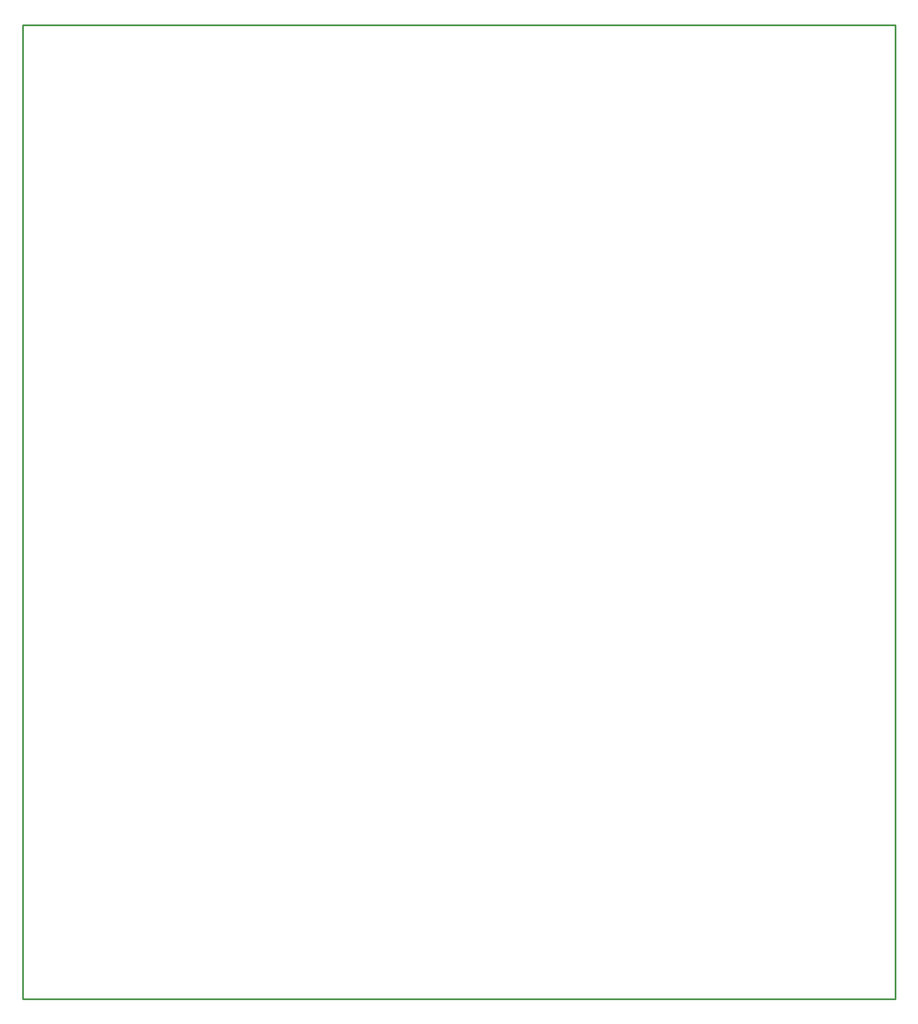
<source format=gko>
G04*
G04 #@! TF.GenerationSoftware,Altium Limited,CircuitStudio,1.5.2 (1.5.2.30)*
G04*
G04 Layer_Color=16720538*
%FSLAX44Y44*%
%MOMM*%
G71*
G01*
G75*
%ADD11C,0.2540*%
D11*
X1577000Y1161000D02*
Y2611000D01*
Y1161000D02*
X2877000D01*
Y2611000D01*
X1577000D02*
X2877000D01*
M02*

</source>
